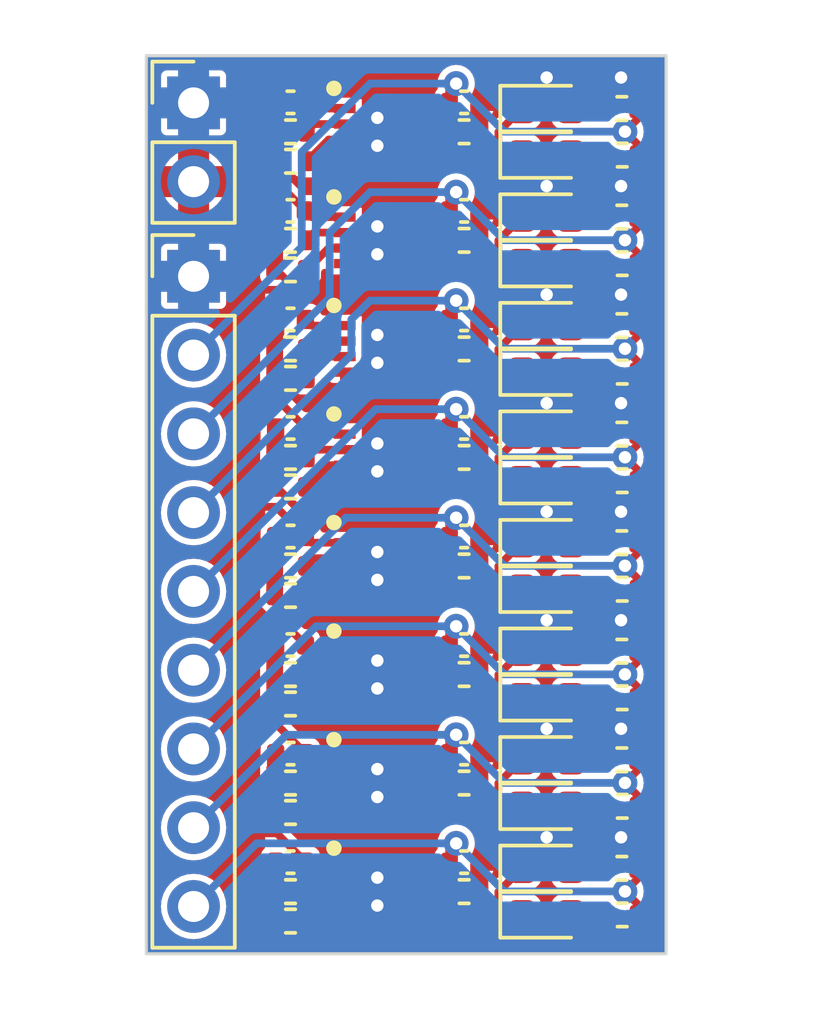
<source format=kicad_pcb>
(kicad_pcb (version 20221018) (generator pcbnew)
  (layers (0 "F.Cu" signal) (31 "B.Cu" signal) (34 "B.Paste" user) (35 "F.Paste" user) (36 "B.SilkS" user "B.Silkscreen") (37 "F.SilkS" user "F.Silkscreen") (38 "B.Mask" user) (39 "F.Mask" user) (44 "Edge.Cuts" user))
  (net 0 "")
  (net 1 "VCC")
  (net 2 "GND")
  (net 3 "/BAT1")
  (net 4 "Net-(D1-K)")
  (net 5 "Net-(D1-A)")
  (net 6 "Net-(D2-K)")
  (net 7 "Net-(D2-A)")
  (net 8 "Net-(IC1-ISET)")
  (net 9 "Net-(IC1-TS)")
  (net 10 "Net-(IC1-VSET)")
  (footprint "Resistor_SMD:R_0402_1005Metric" (layer "F.Cu") (at 119.225 110.5)
    (fp_text reference "R4" hide)
    (fp_text value "1K")
  )
  (footprint "Resistor_SMD:R_0402_1005Metric" (layer "F.Cu") (at 114.1375 118.25)
    (fp_text reference "R1" hide)
    (fp_text value "27K")
  )
  (footprint "Capacitor_SMD:C_0402_1005Metric" (layer "F.Cu") (at 108.5375 106.8 180)
    (fp_text reference "C1" hide)
    (fp_text value "1uF")
  )
  (footprint "Resistor_SMD:R_0402_1005Metric" (layer "F.Cu") (at 114.1375 107.75)
    (fp_text reference "R1" hide)
    (fp_text value "27K")
  )
  (footprint "Diode_SMD:D_0603_1608Metric" (layer "F.Cu") (at 116.7875 107)
    (fp_text reference "D2" hide)
    (fp_text value "D")
  )
  (footprint "Resistor_SMD:R_0402_1005Metric" (layer "F.Cu") (at 119.2375 122.5)
    (fp_text reference "R5" hide)
    (fp_text value "1K")
  )
  (footprint "Resistor_SMD:R_0402_1005Metric" (layer "F.Cu") (at 119.2375 115.5)
    (fp_text reference "R5" hide)
    (fp_text value "1K")
  )
  (footprint "Resistor_SMD:R_0402_1005Metric" (layer "F.Cu") (at 119.225 117.5)
    (fp_text reference "R4" hide)
    (fp_text value "1K")
  )
  (footprint "SamacSys_Parts:SON50P200X200X80-9N" (layer "F.Cu") (at 111.3375 104.25)
    (fp_text reference "IC1" hide)
    (fp_text value "BQ25170JDSGR" hide)
  )
  (footprint "Diode_SMD:D_0603_1608Metric" (layer "F.Cu") (at 116.7875 101.5)
    (fp_text reference "D1" hide)
    (fp_text value "D")
  )
  (footprint "Resistor_SMD:R_0402_1005Metric" (layer "F.Cu") (at 108.5375 122.7)
    (fp_text reference "R3" hide)
    (fp_text value "10K")
  )
  (footprint "Resistor_SMD:R_0402_1005Metric" (layer "F.Cu") (at 119.2375 119)
    (fp_text reference "R5" hide)
    (fp_text value "1K")
  )
  (footprint "Resistor_SMD:R_0402_1005Metric" (layer "F.Cu") (at 119.2375 101.5)
    (fp_text reference "R5" hide)
    (fp_text value "1K")
  )
  (footprint "Capacitor_SMD:C_0402_1005Metric" (layer "F.Cu") (at 114.1375 99.8)
    (fp_text reference "C2" hide)
    (fp_text value "1uF")
  )
  (footprint "Capacitor_SMD:C_0402_1005Metric" (layer "F.Cu") (at 108.5375 117.3 180)
    (fp_text reference "C1" hide)
    (fp_text value "1uF")
  )
  (footprint "Diode_SMD:D_0603_1608Metric" (layer "F.Cu") (at 116.7875 114)
    (fp_text reference "D2" hide)
    (fp_text value "D")
  )
  (footprint "Capacitor_SMD:C_0402_1005Metric" (layer "F.Cu") (at 108.5375 103.3 180)
    (fp_text reference "C1" hide)
    (fp_text value "1uF")
  )
  (footprint "Diode_SMD:D_0603_1608Metric" (layer "F.Cu") (at 116.7875 126)
    (fp_text reference "D1" hide)
    (fp_text value "D")
  )
  (footprint "Diode_SMD:D_0603_1608Metric" (layer "F.Cu") (at 116.7875 103.5)
    (fp_text reference "D2" hide)
    (fp_text value "D")
  )
  (footprint "Resistor_SMD:R_0402_1005Metric" (layer "F.Cu") (at 108.5375 101.7)
    (fp_text reference "R3" hide)
    (fp_text value "10K")
  )
  (footprint "Resistor_SMD:R_0402_1005Metric" (layer "F.Cu") (at 108.5375 112.2)
    (fp_text reference "R3" hide)
    (fp_text value "10K")
  )
  (footprint "Resistor_SMD:R_0402_1005Metric" (layer "F.Cu") (at 108.5375 114.75)
    (fp_text reference "R2" hide)
    (fp_text value "1K")
  )
  (footprint "Resistor_SMD:R_0402_1005Metric" (layer "F.Cu") (at 119.225 107)
    (fp_text reference "R4" hide)
    (fp_text value "1K")
  )
  (footprint "Capacitor_SMD:C_0402_1005Metric" (layer "F.Cu") (at 108.5375 113.8 180)
    (fp_text reference "C1" hide)
    (fp_text value "1uF")
  )
  (footprint "SamacSys_Parts:SON50P200X200X80-9N" (layer "F.Cu") (at 111.3375 114.75)
    (fp_text reference "IC1" hide)
    (fp_text value "BQ25170JDSGR" hide)
  )
  (footprint "Diode_SMD:D_0603_1608Metric" (layer "F.Cu") (at 116.7875 115.5)
    (fp_text reference "D1" hide)
    (fp_text value "D")
  )
  (footprint "Resistor_SMD:R_0402_1005Metric" (layer "F.Cu") (at 119.2375 108.5)
    (fp_text reference "R5" hide)
    (fp_text value "1K")
  )
  (footprint "Capacitor_SMD:C_0402_1005Metric" (layer "F.Cu") (at 114.1375 117.3)
    (fp_text reference "C2" hide)
    (fp_text value "1uF")
  )
  (footprint "Capacitor_SMD:C_0402_1005Metric" (layer "F.Cu") (at 114.1375 110.3)
    (fp_text reference "C2" hide)
    (fp_text value "1uF")
  )
  (footprint "SamacSys_Parts:SON50P200X200X80-9N" (layer "F.Cu") (at 111.3375 111.25)
    (fp_text reference "IC1" hide)
    (fp_text value "BQ25170JDSGR" hide)
  )
  (footprint "Capacitor_SMD:C_0402_1005Metric" (layer "F.Cu") (at 114.1375 113.8)
    (fp_text reference "C2" hide)
    (fp_text value "1uF")
  )
  (footprint "Resistor_SMD:R_0402_1005Metric" (layer "F.Cu") (at 119.225 103.5)
    (fp_text reference "R4" hide)
    (fp_text value "1K")
  )
  (footprint "Resistor_SMD:R_0402_1005Metric" (layer "F.Cu") (at 108.5375 115.7)
    (fp_text reference "R3" hide)
    (fp_text value "10K")
  )
  (footprint "SamacSys_Parts:SON50P200X200X80-9N" (layer "F.Cu") (at 111.3375 125.25)
    (fp_text reference "IC1" hide)
    (fp_text value "BQ25170JDSGR" hide)
  )
  (footprint "Diode_SMD:D_0603_1608Metric" (layer "F.Cu") (at 116.7875 121)
    (fp_text reference "D2" hide)
    (fp_text value "D")
  )
  (footprint "Resistor_SMD:R_0402_1005Metric" (layer "F.Cu") (at 108.5375 111.25)
    (fp_text reference "R2" hide)
    (fp_text value "1K")
  )
  (footprint "Resistor_SMD:R_0402_1005Metric" (layer "F.Cu") (at 108.5375 104.25)
    (fp_text reference "R2" hide)
    (fp_text value "1K")
  )
  (footprint "Resistor_SMD:R_0402_1005Metric" (layer "F.Cu") (at 119.225 114)
    (fp_text reference "R4" hide)
    (fp_text value "1K")
  )
  (footprint "Capacitor_SMD:C_0402_1005Metric" (layer "F.Cu") (at 108.5375 99.8 180)
    (fp_text reference "C1" hide)
    (fp_text value "1uF")
  )
  (footprint "Capacitor_SMD:C_0402_1005Metric" (layer "F.Cu") (at 114.1375 106.8)
    (fp_text reference "C2" hide)
    (fp_text value "1uF")
  )
  (footprint "SamacSys_Parts:SON50P200X200X80-9N" (layer "F.Cu") (at 111.3375 100.75)
    (fp_text reference "IC1" hide)
    (fp_text value "BQ25170JDSGR" hide)
  )
  (footprint "Capacitor_SMD:C_0402_1005Metric" (layer "F.Cu") (at 114.1375 120.8)
    (fp_text reference "C2" hide)
    (fp_text value "1uF")
  )
  (footprint "Resistor_SMD:R_0402_1005Metric" (layer "F.Cu") (at 108.5375 107.75)
    (fp_text reference "R2" hide)
    (fp_text value "1K")
  )
  (footprint "Connector_PinHeader_2.54mm:PinHeader_1x02_P2.54mm_Vertical" (layer "F.Cu") (at 105.41 99.817)
    (fp_text reference "J2" hide)
    (fp_text value "Conn_01x02_Pin")
  )
  (footprint "Resistor_SMD:R_0402_1005Metric" (layer "F.Cu") (at 108.5375 125.25)
    (fp_text reference "R2" hide)
    (fp_text value "1K")
  )
  (footprint "Resistor_SMD:R_0402_1005Metric" (layer "F.Cu") (at 114.1375 125.25)
    (fp_text reference "R1" hide)
    (fp_text value "27K")
  )
  (footprint "Diode_SMD:D_0603_1608Metric" (layer "F.Cu") (at 116.7875 105)
    (fp_text reference "D1" hide)
    (fp_text value "D")
  )
  (footprint "Resistor_SMD:R_0402_1005Metric" (layer "F.Cu") (at 114.1375 114.75)
    (fp_text reference "R1" hide)
    (fp_text value "27K")
  )
  (footprint "Diode_SMD:D_0603_1608Metric" (layer "F.Cu") (at 116.7875 124.5)
    (fp_text reference "D2" hide)
    (fp_text value "D")
  )
  (footprint "Resistor_SMD:R_0402_1005Metric" (layer "F.Cu") (at 119.2375 126)
    (fp_text reference "R5" hide)
    (fp_text value "1K")
  )
  (footprint "Diode_SMD:D_0603_1608Metric" (layer "F.Cu") (at 116.7875 112)
    (fp_text reference "D1" hide)
    (fp_text value "D")
  )
  (footprint "Resistor_SMD:R_0402_1005Metric" (layer "F.Cu") (at 119.2375 105)
    (fp_text reference "R5" hide)
    (fp_text value "1K")
  )
  (footprint "Resistor_SMD:R_0402_1005Metric" (layer "F.Cu") (at 108.5375 119.2)
    (fp_text reference "R3" hide)
    (fp_text value "10K")
  )
  (footprint "Capacitor_SMD:C_0402_1005Metric" (layer "F.Cu") (at 108.5375 124.3 180)
    (fp_text reference "C1" hide)
    (fp_text value "1uF")
  )
  (footprint "Diode_SMD:D_0603_1608Metric" (layer "F.Cu") (at 116.7875 117.5)
    (fp_text reference "D2" hide)
    (fp_text value "D")
  )
  (footprint "Resistor_SMD:R_0402_1005Metric" (layer "F.Cu") (at 114.1375 121.75)
    (fp_text reference "R1" hide)
    (fp_text value "27K")
  )
  (footprint "Diode_SMD:D_0603_1608Metric" (layer "F.Cu") (at 116.7875 122.5)
    (fp_text reference "D1" hide)
    (fp_text value "D")
  )
  (footprint "Resistor_SMD:R_0402_1005Metric" (layer "F.Cu") (at 114.1375 104.25)
    (fp_text reference "R1" hide)
    (fp_text value "27K")
  )
  (footprint "SamacSys_Parts:SON50P200X200X80-9N" (layer "F.Cu") (at 111.3375 121.75)
    (fp_text reference "IC1" hide)
    (fp_text value "BQ25170JDSGR" hide)
  )
  (footprint "Resistor_SMD:R_0402_1005Metric" (layer "F.Cu") (at 119.225 121)
    (fp_text reference "R4" hide)
    (fp_text value "1K")
  )
  (footprint "Diode_SMD:D_0603_1608Metric" (layer "F.Cu") (at 116.7875 100)
    (fp_text reference "D2" hide)
    (fp_text value "D")
  )
  (footprint "Resistor_SMD:R_0402_1005Metric" (layer "F.Cu") (at 119.225 124.5)
    (fp_text reference "R4" hide)
    (fp_text value "1K")
  )
  (footprint "Capacitor_SMD:C_0402_1005Metric" (layer "F.Cu") (at 114.1375 103.3)
    (fp_text reference "C2" hide)
    (fp_text value "1uF")
  )
  (footprint "Resistor_SMD:R_0402_1005Metric" (layer "F.Cu") (at 108.5375 105.2)
    (fp_text reference "R3" hide)
    (fp_text value "10K")
  )
  (footprint "Resistor_SMD:R_0402_1005Metric" (layer "F.Cu") (at 114.1375 111.25)
    (fp_text reference "R1" hide)
    (fp_text value "27K")
  )
  (footprint "Diode_SMD:D_0603_1608Metric" (layer "F.Cu") (at 116.7875 110.5)
    (fp_text reference "D2" hide)
    (fp_text value "D")
  )
  (footprint "Capacitor_SMD:C_0402_1005Metric" (layer "F.Cu") (at 108.5375 120.8 180)
    (fp_text reference "C1" hide)
    (fp_text value "1uF")
  )
  (footprint "SamacSys_Parts:SON50P200X200X80-9N" (layer "F.Cu") (at 111.3375 118.25)
    (fp_text reference "IC1" hide)
    (fp_text value "BQ25170JDSGR" hide)
  )
  (footprint "Capacitor_SMD:C_0402_1005Metric" (layer "F.Cu") (at 108.5375 110.3 180)
    (fp_text reference "C1" hide)
    (fp_text value "1uF")
  )
  (footprint "Capacitor_SMD:C_0402_1005Metric" (layer "F.Cu") (at 114.1375 124.3)
    (fp_text reference "C2" hide)
    (fp_text value "1uF")
  )
  (footprint "Diode_SMD:D_0603_1608Metric" (layer "F.Cu") (at 116.7875 119)
    (fp_text reference "D1" hide)
    (fp_text value "D")
  )
  (footprint "SamacSys_Parts:SON50P200X200X80-9N" (layer "F.Cu") (at 111.3375 107.75)
    (fp_text reference "IC1" hide)
    (fp_text value "BQ25170JDSGR" hide)
  )
  (footprint "Resistor_SMD:R_0402_1005Metric" (layer "F.Cu") (at 108.5375 126.2)
    (fp_text reference "R3" hide)
    (fp_text value "10K")
  )
  (footprint "Resistor_SMD:R_0402_1005Metric" (layer "F.Cu") (at 119.2375 112)
    (fp_text reference "R5" hide)
    (fp_text value "1K")
  )
  (footprint "Resistor_SMD:R_0402_1005Metric" (layer "F.Cu") (at 108.5375 118.25)
    (fp_text reference "R2" hide)
    (fp_text value "1K")
  )
  (footprint "Resistor_SMD:R_0402_1005Metric" (layer "F.Cu") (at 114.1375 100.75)
    (fp_text reference "R1" hide)
    (fp_text value "27K")
  )
  (footprint "Resistor_SMD:R_0402_1005Metric" (layer "F.Cu") (at 108.5375 121.75)
    (fp_text reference "R2" hide)
    (fp_text value "1K")
  )
  (footprint "Connector_PinHeader_2.54mm:PinHeader_1x09_P2.54mm_Vertical" (layer "F.Cu") (at 105.41 105.41)
    (fp_text reference "J1" hide)
    (fp_text value "Conn_01x09_Pin")
  )
  (footprint "Diode_SMD:D_0603_1608Metric" (layer "F.Cu") (at 116.7875 108.5)
    (fp_text reference "D1" hide)
    (fp_text value "D")
  )
  (footprint "Resistor_SMD:R_0402_1005Metric" (layer "F.Cu") (at 119.225 100)
    (fp_text reference "R4" hide)
    (fp_text value "1K")
  )
  (footprint "Resistor_SMD:R_0402_1005Metric" (layer "F.Cu") (at 108.5375 108.7)
    (fp_text reference "R3" hide)
    (fp_text value "10K")
  )
  (footprint "Resistor_SMD:R_0402_1005Metric" (layer "F.Cu") (at 108.5375 100.75)
    (fp_text reference "R2" hide)
    (fp_text value "1K")
  )
  (gr_line (start 103.886 127.254) (end 120.65 127.254) (stroke (width 0.1)) (layer "Edge.Cuts"))
  (gr_line (start 120.65 98.298) (end 103.886 98.298) (stroke (width 0.1)) (layer "Edge.Cuts"))
  (gr_line (start 120.65 127.254) (end 120.65 98.298) (stroke (width 0.1)) (layer "Edge.Cuts"))
  (gr_line (start 103.886 98.298) (end 103.886 127.254) (stroke (width 0.1)) (layer "Edge.Cuts"))
  (segment (start 110.2875 110.5) (end 109.2175 110.5) (width 0.25) (layer "F.Cu") (net 1))
  (segment (start 107.4325 116.075538) (end 107.4325 115.5) (width 0.25) (layer "F.Cu") (net 1))
  (segment (start 108.097718 123.372609) (end 107.729571 123.372609) (width 0.25) (layer "F.Cu") (net 1))
  (segment (start 107.4325 102.9) (end 107.4325 103.2) (width 0.25) (layer "F.Cu") (net 1))
  (segment (start 109.2175 117.5) (end 109.0175 117.3) (width 0.25) (layer "F.Cu") (net 1))
  (segment (start 109.2175 110.5) (end 109.0175 110.3) (width 0.25) (layer "F.Cu") (net 1))
  (segment (start 108.070109 109.345) (end 107.701962 109.345) (width 0.25) (layer "F.Cu") (net 1))
  (segment (start 109.0175 106.8) (end 109.0175 106.776934) (width 0.25) (layer "F.Cu") (net 1))
  (segment (start 109.0175 120.792391) (end 108.070109 119.845) (width 0.25) (layer "F.Cu") (net 1))
  (segment (start 107.4325 105.575538) (end 107.4325 105.4) (width 0.25) (layer "F.Cu") (net 1))
  (segment (start 110.2875 103.5) (end 109.2175 103.5) (width 0.25) (layer "F.Cu") (net 1))
  (segment (start 107.701962 112.845) (end 107.4325 112.575538) (width 0.25) (layer "F.Cu") (net 1))
  (segment (start 107.6775 112.845) (end 107.4325 112.6) (width 0.25) (layer "F.Cu") (net 1))
  (segment (start 107.4325 112.6) (end 107.4325 112.1) (width 0.25) (layer "F.Cu") (net 1))
  (segment (start 109.2175 124.5) (end 109.0175 124.3) (width 0.25) (layer "F.Cu") (net 1))
  (segment (start 107.4325 123.075538) (end 107.4325 119.3) (width 0.25) (layer "F.Cu") (net 1))
  (segment (start 108.085566 105.845) (end 107.701962 105.845) (width 0.25) (layer "F.Cu") (net 1))
  (segment (start 107.4325 112.1) (end 107.4325 112.3) (width 0.25) (layer "F.Cu") (net 1))
  (segment (start 107.4325 103.2) (end 107.4325 105.4) (width 0.25) (layer "F.Cu") (net 1))
  (segment (start 110.2875 114) (end 109.2175 114) (width 0.25) (layer "F.Cu") (net 1))
  (segment (start 108.070109 112.845) (end 107.6775 112.845) (width 0.25) (layer "F.Cu") (net 1))
  (segment (start 109.0175 110.3) (end 109.0175 110.292391) (width 0.25) (layer "F.Cu") (net 1))
  (segment (start 110.2875 124.5) (end 109.2175 124.5) (width 0.25) (layer "F.Cu") (net 1))
  (segment (start 109.0175 124.292391) (end 108.097718 123.372609) (width 0.25) (layer "F.Cu") (net 1))
  (segment (start 109.0175 106.776934) (end 108.085566 105.845) (width 0.25) (layer "F.Cu") (net 1))
  (segment (start 110.2875 121) (end 109.2175 121) (width 0.25) (layer "F.Cu") (net 1))
  (segment (start 107.756962 116.4) (end 107.4325 116.075538) (width 0.25) (layer "F.Cu") (net 1))
  (segment (start 110.2875 117.5) (end 109.2175 117.5) (width 0.25) (layer "F.Cu") (net 1))
  (segment (start 109.0175 110.292391) (end 108.070109 109.345) (width 0.25) (layer "F.Cu") (net 1))
  (segment (start 108.125109 116.4) (end 107.756962 116.4) (width 0.25) (layer "F.Cu") (net 1))
  (segment (start 109.2175 103.5) (end 109.0175 103.3) (width 0.25) (layer "F.Cu") (net 1))
  (segment (start 107.729571 123.372609) (end 107.4325 123.075538) (width 0.25) (layer "F.Cu") (net 1))
  (segment (start 108.070109 119.845) (end 107.6775 119.845) (width 0.25) (layer "F.Cu") (net 1))
  (segment (start 107.4325 99.3675) (end 107.4325 103.2) (width 0.25) (layer "F.Cu") (net 1))
  (segment (start 107.701962 109.345) (end 107.4325 109.075538) (width 0.25) (layer "F.Cu") (net 1))
  (segment (start 107.4325 112.3) (end 107.4325 115.5) (width 0.25) (layer "F.Cu") (net 1))
  (segment (start 109.0175 99.8) (end 109.0175 99.792391) (width 0.25) (layer "F.Cu") (net 1))
  (segment (start 109.0175 103.292391) (end 108.390109 102.665) (width 0.25) (layer "F.Cu") (net 1))
  (segment (start 110.2875 100) (end 109.2175 100) (width 0.25) (layer "F.Cu") (net 1))
  (segment (start 109.2175 107) (end 109.0175 106.8) (width 0.25) (layer "F.Cu") (net 1))
  (segment (start 108.390109 102.665) (end 107.6675 102.665) (width 0.25) (layer "F.Cu") (net 1))
  (segment (start 107.4325 115.5) (end 107.4325 119.3) (width 0.25) (layer "F.Cu") (net 1))
  (segment (start 108.390109 99.165) (end 107.635 99.165) (width 0.25) (layer "F.Cu") (net 1))
  (segment (start 109.0175 113.8) (end 109.0175 113.792391) (width 0.25) (layer "F.Cu") (net 1))
  (segment (start 109.0175 103.3) (end 109.0175 103.292391) (width 0.25) (layer "F.Cu") (net 1))
  (segment (start 107.635 99.165) (end 107.4325 99.3675) (width 0.25) (layer "F.Cu") (net 1))
  (segment (start 107.6775 119.845) (end 107.4325 119.6) (width 0.25) (layer "F.Cu") (net 1))
  (segment (start 109.0175 113.792391) (end 108.070109 112.845) (width 0.25) (layer "F.Cu") (net 1))
  (segment (start 108.070109 112.845) (end 107.701962 112.845) (width 0.25) (layer "F.Cu") (net 1))
  (segment (start 107.4325 119.6) (end 107.4325 119.3) (width 0.25) (layer "F.Cu") (net 1))
  (segment (start 109.0175 117.3) (end 109.0175 117.292391) (width 0.25) (layer "F.Cu") (net 1))
  (segment (start 109.0175 117.292391) (end 108.125109 116.4) (width 0.25) (layer "F.Cu") (net 1))
  (segment (start 107.4325 108.6) (end 107.4325 112.1) (width 0.25) (layer "F.Cu") (net 1))
  (segment (start 107.4325 112.575538) (end 107.4325 112.3) (width 0.25) (layer "F.Cu") (net 1))
  (segment (start 109.2175 100) (end 109.0175 99.8) (width 0.25) (layer "F.Cu") (net 1))
  (segment (start 107.6675 102.665) (end 107.4325 102.9) (width 0.25) (layer "F.Cu") (net 1))
  (segment (start 107.4325 105.4) (end 107.4325 108.6) (width 0.25) (layer "F.Cu") (net 1))
  (segment (start 109.0175 120.8) (end 109.0175 120.792391) (width 0.25) (layer "F.Cu") (net 1))
  (segment (start 110.2875 107) (end 109.2175 107) (width 0.25) (layer "F.Cu") (net 1))
  (segment (start 109.2175 121) (end 109.0175 120.8) (width 0.25) (layer "F.Cu") (net 1))
  (segment (start 107.4325 109.075538) (end 107.4325 108.6) (width 0.25) (layer "F.Cu") (net 1))
  (segment (start 109.0175 124.3) (end 109.0175 124.292391) (width 0.25) (layer "F.Cu") (net 1))
  (segment (start 109.0175 99.792391) (end 108.390109 99.165) (width 0.25) (layer "F.Cu") (net 1))
  (segment (start 107.4025 102.87) (end 107.4325 102.9) (width 0.25) (layer "F.Cu") (net 1))
  (segment (start 107.701962 105.845) (end 107.4325 105.575538) (width 0.25) (layer "F.Cu") (net 1))
  (segment (start 109.2175 114) (end 109.0175 113.8) (width 0.25) (layer "F.Cu") (net 1))
  (segment (start 108.0275 122.7) (end 108.076962 122.7) (width 0.25) (layer "F.Cu") (net 2))
  (segment (start 108.076962 105.2) (end 109.041962 106.165) (width 0.25) (layer "F.Cu") (net 2))
  (segment (start 108.0275 112.2) (end 108.076962 112.2) (width 0.25) (layer "F.Cu") (net 2))
  (segment (start 108.976962 116.6) (end 110.5 116.6) (width 0.25) (layer "F.Cu") (net 2))
  (segment (start 108.0275 101.7) (end 108.076962 101.7) (width 0.25) (layer "F.Cu") (net 2))
  (segment (start 109.041962 120.165) (end 110.6025 120.165) (width 0.25) (layer "F.Cu") (net 2))
  (segment (start 111.3375 124.4) (end 111.3375 124.8) (width 0.25) (layer "F.Cu") (net 2))
  (segment (start 110.6025 120.165) (end 111.3375 120.9) (width 0.25) (layer "F.Cu") (net 2))
  (segment (start 108.076962 101.7) (end 108.976962 102.6) (width 0.25) (layer "F.Cu") (net 2))
  (segment (start 110.465 113.165) (end 111.3375 114.0375) (width 0.25) (layer "F.Cu") (net 2))
  (segment (start 111.3375 110.575) (end 111.3375 110.8) (width 0.25) (layer "F.Cu") (net 2))
  (segment (start 110.6 102.6) (end 111.3375 103.3375) (width 0.25) (layer "F.Cu") (net 2))
  (segment (start 110.5 116.6) (end 111.3375 117.4375) (width 0.25) (layer "F.Cu") (net 2))
  (segment (start 108.076962 122.7) (end 108.876962 123.5) (width 0.25) (layer "F.Cu") (net 2))
  (segment (start 108.0275 115.7) (end 108.076962 115.7) (width 0.25) (layer "F.Cu") (net 2))
  (segment (start 110.4275 109.665) (end 111.3375 110.575) (width 0.25) (layer "F.Cu") (net 2))
  (segment (start 109.041962 113.165) (end 110.465 113.165) (width 0.25) (layer "F.Cu") (net 2))
  (segment (start 108.876962 123.5) (end 110.4375 123.5) (width 0.25) (layer "F.Cu") (net 2))
  (segment (start 111.3375 114.0375) (end 111.3375 114.3) (width 0.25) (layer "F.Cu") (net 2))
  (segment (start 108.076962 115.7) (end 108.976962 116.6) (width 0.25) (layer "F.Cu") (net 2))
  (segment (start 108.976962 102.6) (end 110.6 102.6) (width 0.25) (layer "F.Cu") (net 2))
  (segment (start 110.765 106.165) (end 111.3375 106.7375) (width 0.25) (layer "F.Cu") (net 2))
  (segment (start 108.076962 108.7) (end 109.041962 109.665) (width 0.25) (layer "F.Cu") (net 2))
  (segment (start 111.3375 103.3375) (end 111.3375 103.8) (width 0.25) (layer "F.Cu") (net 2))
  (segment (start 111.3375 117.4375) (end 111.3375 117.8) (width 0.25) (layer "F.Cu") (net 2))
  (segment (start 108.076962 112.2) (end 109.041962 113.165) (width 0.25) (layer "F.Cu") (net 2))
  (segment (start 108.0275 119.2) (end 108.076962 119.2) (width 0.25) (layer "F.Cu") (net 2))
  (segment (start 110.4375 123.5) (end 111.3375 124.4) (width 0.25) (layer "F.Cu") (net 2))
  (segment (start 111.3375 106.7375) (end 111.3375 107.3) (width 0.25) (layer "F.Cu") (net 2))
  (segment (start 108.0275 108.7) (end 108.076962 108.7) (width 0.25) (layer "F.Cu") (net 2))
  (segment (start 111.3375 120.9) (end 111.3375 121.3) (width 0.25) (layer "F.Cu") (net 2))
  (segment (start 108.076962 119.2) (end 109.041962 120.165) (width 0.25) (layer "F.Cu") (net 2))
  (segment (start 109.041962 109.665) (end 110.4275 109.665) (width 0.25) (layer "F.Cu") (net 2))
  (segment (start 109.041962 106.165) (end 110.765 106.165) (width 0.25) (layer "F.Cu") (net 2))
  (segment (start 108.0275 105.2) (end 108.076962 105.2) (width 0.25) (layer "F.Cu") (net 2))
  (via (at 116.8 102.5) (size 0.8) (drill 0.4) (layers "F.Cu" "B.Cu") (net 2))
  (via (at 119.2 106) (size 0.8) (drill 0.4) (layers "F.Cu" "B.Cu") (net 2))
  (via (at 116.8 113) (size 0.8) (drill 0.4) (layers "F.Cu" "B.Cu") (net 2))
  (via (at 119.2 123.5) (size 0.8) (drill 0.4) (layers "F.Cu" "B.Cu") (net 2))
  (via (at 119.2 99) (size 0.8) (drill 0.4) (layers "F.Cu" "B.Cu") (net 2))
  (via (at 111.3375 108.2) (size 0.8) (drill 0.4) (layers "F.Cu" "B.Cu") (net 2))
  (via (at 111.3375 101.2) (size 0.8) (drill 0.4) (layers "F.Cu" "B.Cu") (net 2))
  (via (at 119.2 113) (size 0.8) (drill 0.4) (layers "F.Cu" "B.Cu") (net 2))
  (via (at 116.8 106) (size 0.8) (drill 0.4) (layers "F.Cu" "B.Cu") (net 2))
  (via (at 111.3375 103.8) (size 0.8) (drill 0.4) (layers "F.Cu" "B.Cu") (net 2))
  (via (at 116.8 116.5) (size 0.8) (drill 0.4) (layers "F.Cu" "B.Cu") (net 2))
  (via (at 111.3375 125.7) (size 0.8) (drill 0.4) (layers "F.Cu" "B.Cu") (net 2))
  (via (at 119.2 102.5) (size 0.8) (drill 0.4) (layers "F.Cu" "B.Cu") (net 2))
  (via (at 111.3375 104.7) (size 0.8) (drill 0.4) (layers "F.Cu" "B.Cu") (net 2))
  (via (at 111.3375 111.7) (size 0.8) (drill 0.4) (layers "F.Cu" "B.Cu") (net 2))
  (via (at 111.3375 110.8) (size 0.8) (drill 0.4) (layers "F.Cu" "B.Cu") (net 2))
  (via (at 116.8 123.5) (size 0.8) (drill 0.4) (layers "F.Cu" "B.Cu") (net 2))
  (via (at 116.8 99) (size 0.8) (drill 0.4) (layers "F.Cu" "B.Cu") (net 2))
  (via (at 111.3375 114.3) (size 0.8) (drill 0.4) (layers "F.Cu" "B.Cu") (net 2))
  (via (at 111.3375 107.3) (size 0.8) (drill 0.4) (layers "F.Cu" "B.Cu") (net 2))
  (via (at 116.8 109.5) (size 0.8) (drill 0.4) (layers "F.Cu" "B.Cu") (net 2))
  (via (at 111.3375 100.3) (size 0.8) (drill 0.4) (layers "F.Cu" "B.Cu") (net 2))
  (via (at 119.2 109.5) (size 0.8) (drill 0.4) (layers "F.Cu" "B.Cu") (net 2))
  (via (at 111.3375 117.8) (size 0.8) (drill 0.4) (layers "F.Cu" "B.Cu") (net 2))
  (via (at 111.3375 122.2) (size 0.8) (drill 0.4) (layers "F.Cu" "B.Cu") (net 2))
  (via (at 119.2 116.5) (size 0.8) (drill 0.4) (layers "F.Cu" "B.Cu") (net 2))
  (via (at 111.3375 121.3) (size 0.8) (drill 0.4) (layers "F.Cu" "B.Cu") (net 2))
  (via (at 111.3375 115.2) (size 0.8) (drill 0.4) (layers "F.Cu" "B.Cu") (net 2))
  (via (at 119.2 120) (size 0.8) (drill 0.4) (layers "F.Cu" "B.Cu") (net 2))
  (via (at 111.3375 124.8) (size 0.8) (drill 0.4) (layers "F.Cu" "B.Cu") (net 2))
  (via (at 116.8 120) (size 0.8) (drill 0.4) (layers "F.Cu" "B.Cu") (net 2))
  (via (at 111.3375 118.7) (size 0.8) (drill 0.4) (layers "F.Cu" "B.Cu") (net 2))
  (segment (start 119.735 121.335314) (end 119.325505 121.744809) (width 0.25) (layer "F.Cu") (net 3))
  (segment (start 113.6575 99.416821) (end 113.879877 99.194444) (width 0.25) (layer "F.Cu") (net 3))
  (segment (start 119.7475 114.0125) (end 119.735 114) (width 0.25) (layer "F.Cu") (net 3))
  (segment (start 112.3875 103.5) (end 113.4575 103.5) (width 0.25) (layer "F.Cu") (net 3))
  (segment (start 119.735 117.5) (end 119.735 117.835314) (width 0.25) (layer "F.Cu") (net 3))
  (segment (start 113.4575 124.5) (end 113.6575 124.3) (width 0.25) (layer "F.Cu") (net 3))
  (segment (start 119.7475 117.5125) (end 119.735 117.5) (width 0.25) (layer "F.Cu") (net 3))
  (segment (start 113.6575 106.416821) (end 113.879877 106.194444) (width 0.25) (layer "F.Cu") (net 3))
  (segment (start 119.735 124.835314) (end 119.325505 125.244809) (width 0.25) (layer "F.Cu") (net 3))
  (segment (start 119.7475 124.5125) (end 119.735 124.5) (width 0.25) (layer "F.Cu") (net 3))
  (segment (start 113.6575 113.8) (end 113.6575 113.416821) (width 0.25) (layer "F.Cu") (net 3))
  (segment (start 112.3875 114) (end 113.4575 114) (width 0.25) (layer "F.Cu") (net 3))
  (segment (start 113.6575 103.3) (end 113.6575 102.916821) (width 0.25) (layer "F.Cu") (net 3))
  (segment (start 113.4575 110.5) (end 113.6575 110.3) (width 0.25) (layer "F.Cu") (net 3))
  (segment (start 112.3875 100) (end 113.4575 100) (width 0.25) (layer "F.Cu") (net 3))
  (segment (start 113.6575 120.416821) (end 113.879877 120.194444) (width 0.25) (layer "F.Cu") (net 3))
  (segment (start 113.4575 100) (end 113.6575 99.8) (width 0.25) (layer "F.Cu") (net 3))
  (segment (start 119.7475 125.666804) (end 119.325505 125.244809) (width 0.25) (layer "F.Cu") (net 3))
  (segment (start 113.6575 116.916821) (end 113.879877 116.694444) (width 0.25) (layer "F.Cu") (net 3))
  (segment (start 119.7475 101.5) (end 119.7475 101.166804) (width 0.25) (layer "F.Cu") (net 3))
  (segment (start 113.6575 110.3) (end 113.6575 109.916821) (width 0.25) (layer "F.Cu") (net 3))
  (segment (start 119.325505 100.744809) (end 119.735 100.335314) (width 0.25) (layer "F.Cu") (net 3))
  (segment (start 119.330696 111.25) (end 119.325505 111.244809) (width 0.25) (layer "F.Cu") (net 3))
  (segment (start 119.735 121) (end 119.735 121.335314) (width 0.25) (layer "F.Cu") (net 3))
  (segment (start 119.735 117.835314) (end 119.325505 118.244809) (width 0.25) (layer "F.Cu") (net 3))
  (segment (start 119.7475 122.5) (end 119.7475 122.166804) (width 0.25) (layer "F.Cu") (net 3))
  (segment (start 112.3875 110.5) (end 113.4575 110.5) (width 0.25) (layer "F.Cu") (net 3))
  (segment (start 119.7475 112) (end 119.7475 111.666804) (width 0.25) (layer "F.Cu") (net 3))
  (segment (start 119.735 103.835314) (end 119.735 103.5) (width 0.25) (layer "F.Cu") (net 3))
  (segment (start 113.4575 103.5) (end 113.6575 103.3) (width 0.25) (layer "F.Cu") (net 3))
  (segment (start 119.325505 104.244809) (end 119.735 103.835314) (width 0.25) (layer "F.Cu") (net 3))
  (segment (start 113.4575 107) (end 113.6575 106.8) (width 0.25) (layer "F.Cu") (net 3))
  (segment (start 113.6575 102.916821) (end 113.879877 102.694444) (width 0.25) (layer "F.Cu") (net 3))
  (segment (start 119.7475 108.166804) (end 119.325505 107.744809) (width 0.25) (layer "F.Cu") (net 3))
  (segment (start 113.6575 120.8) (end 113.6575 120.416821) (width 0.25) (layer "F.Cu") (net 3))
  (segment (start 119.735 107.335314) (end 119.325505 107.744809) (width 0.25) (layer "F.Cu") (net 3))
  (segment (start 113.6575 106.8) (end 113.6575 106.416821) (width 0.25) (layer "F.Cu") (net 3))
  (segment (start 112.3875 107) (end 113.4575 107) (width 0.25) (layer "F.Cu") (net 3))
  (segment (start 119.735 110.5) (end 119.735 110.835314) (width 0.25) (layer "F.Cu") (net 3))
  (segment (start 119.7475 118.666804) (end 119.325505 118.244809) (width 0.25) (layer "F.Cu") (net 3))
  (segment (start 119.7475 105) (end 119.7475 104.666804) (width 0.25) (layer "F.Cu") (net 3))
  (segment (start 113.6575 123.916821) (end 113.879877 123.694444) (width 0.25) (layer "F.Cu") (net 3))
  (segment (start 113.6575 124.3) (end 113.6575 123.916821) (width 0.25) (layer "F.Cu") (net 3))
  (segment (start 113.4575 114) (end 113.6575 113.8) (width 0.25) (layer "F.Cu") (net 3))
  (segment (start 119.735 107) (end 119.735 107.335314) (width 0.25) (layer "F.Cu") (net 3))
  (segment (start 119.7475 121.0125) (end 119.735 121) (width 0.25) (layer "F.Cu") (net 3))
  (segment (start 112.3875 121) (end 113.4575 121) (width 0.25) (layer "F.Cu") (net 3))
  (segment (start 119.7475 108.5) (end 119.7475 108.166804) (width 0.25) (layer "F.Cu") (net 3))
  (segment (start 119.735 100.335314) (end 119.735 100) (width 0.25) (layer "F.Cu") (net 3))
  (segment (start 113.4575 121) (end 113.6575 120.8) (width 0.25) (layer "F.Cu") (net 3))
  (segment (start 113.6575 117.3) (end 113.6575 116.916821) (width 0.25) (layer "F.Cu") (net 3))
  (segment (start 119.735 114.335314) (end 119.325505 114.744809) (width 0.25) (layer "F.Cu") (net 3))
  (segment (start 119.735 124.5) (end 119.735 124.835314) (width 0.25) (layer "F.Cu") (net 3))
  (segment (start 119.7475 119) (end 119.7475 118.666804) (width 0.25) (layer "F.Cu") (net 3))
  (segment (start 119.7475 126) (end 119.7475 125.666804) (width 0.25) (layer "F.Cu") (net 3))
  (segment (start 112.3875 124.5) (end 113.4575 124.5) (width 0.25) (layer "F.Cu") (net 3))
  (segment (start 119.7475 107.0125) (end 119.735 107) (width 0.25) (layer "F.Cu") (net 3))
  (segment (start 119.7475 101.166804) (end 119.325505 100.744809) (width 0.25) (layer "F.Cu") (net 3))
  (segment (start 119.735 114) (end 119.735 114.335314) (width 0.25) (layer "F.Cu") (net 3))
  (segment (start 113.6575 109.916821) (end 113.879877 109.694444) (width 0.25) (layer "F.Cu") (net 3))
  (segment (start 119.7475 122.166804) (end 119.325505 121.744809) (width 0.25) (layer "F.Cu") (net 3))
  (segment (start 119.7475 115.5) (end 119.7475 115.166804) (width 0.25) (layer "F.Cu") (net 3))
  (segment (start 113.6575 99.8) (end 113.6575 99.416821) (width 0.25) (layer "F.Cu") (net 3))
  (segment (start 112.3875 117.5) (end 113.4575 117.5) (width 0.25) (layer "F.Cu") (net 3))
  (segment (start 113.4575 117.5) (end 113.6575 117.3) (width 0.25) (layer "F.Cu") (net 3))
  (segment (start 119.7475 111.666804) (end 119.325505 111.244809) (width 0.25) (layer "F.Cu") (net 3))
  (segment (start 113.6575 113.416821) (end 113.879877 113.194444) (width 0.25) (layer "F.Cu") (net 3))
  (segment (start 119.735 110.835314) (end 119.325505 111.244809) (width 0.25) (layer "F.Cu") (net 3))
  (segment (start 119.7475 104.666804) (end 119.325505 104.244809) (width 0.25) (layer "F.Cu") (net 3))
  (segment (start 119.7475 110.5125) (end 119.735 110.5) (width 0.25) (layer "F.Cu") (net 3))
  (segment (start 119.7475 115.166804) (end 119.325505 114.744809) (width 0.25) (layer "F.Cu") (net 3))
  (via (at 119.325505 121.744809) (size 0.8) (drill 0.4) (layers "F.Cu" "B.Cu") (net 3))
  (via (at 119.325505 100.744809) (size 0.8) (drill 0.4) (layers "F.Cu" "B.Cu") (net 3))
  (via (at 113.879877 120.194444) (size 0.8) (drill 0.4) (layers "F.Cu" "B.Cu") (net 3))
  (via (at 113.879877 116.694444) (size 0.8) (drill 0.4) (layers "F.Cu" "B.Cu") (net 3))
  (via (at 113.879877 106.194444) (size 0.8) (drill 0.4) (layers "F.Cu" "B.Cu") (net 3))
  (via (at 113.879877 102.694444) (size 0.8) (drill 0.4) (layers "F.Cu" "B.Cu") (net 3))
  (via (at 119.325505 111.244809) (size 0.8) (drill 0.4) (layers "F.Cu" "B.Cu") (net 3))
  (via (at 113.879877 113.194444) (size 0.8) (drill 0.4) (layers "F.Cu" "B.Cu") (net 3))
  (via (at 113.879877 99.194444) (size 0.8) (drill 0.4) (layers "F.Cu" "B.Cu") (net 3))
  (via (at 119.325505 104.244809) (size 0.8) (drill 0.4) (layers "F.Cu" "B.Cu") (net 3))
  (via (at 119.325505 125.244809) (size 0.8) (drill 0.4) (layers "F.Cu" "B.Cu") (net 3))
  (via (at 119.325505 107.744809) (size 0.8) (drill 0.4) (layers "F.Cu" "B.Cu") (net 3))
  (via (at 119.325505 118.244809) (size 0.8) (drill 0.4) (layers "F.Cu" "B.Cu") (net 3))
  (via (at 113.879877 123.694444) (size 0.8) (drill 0.4) (layers "F.Cu" "B.Cu") (net 3))
  (via (at 113.879877 109.694444) (size 0.8) (drill 0.4) (layers "F.Cu" "B.Cu") (net 3))
  (via (at 119.325505 114.744809) (size 0.8) (drill 0.4) (layers "F.Cu" "B.Cu") (net 3))
  (segment (start 110.5 107.94) (end 105.41 113.03) (width 0.25) (layer "B.Cu") (net 3))
  (segment (start 119.325505 104.244809) (end 115.430242 104.244809) (width 0.25) (layer "B.Cu") (net 3))
  (segment (start 119.325505 111.244809) (end 115.430242 111.244809) (width 0.25) (layer "B.Cu") (net 3))
  (segment (start 113.879877 116.694444) (end 109.365556 116.694444) (width 0.25) (layer "B.Cu") (net 3))
  (segment (start 113.879877 109.694444) (end 111.285556 109.694444) (width 0.25) (layer "B.Cu") (net 3))
  (segment (start 119.325505 114.744809) (end 115.430242 114.744809) (width 0.25) (layer "B.Cu") (net 3))
  (segment (start 115.430242 107.744809) (end 113.879877 106.194444) (width 0.25) (layer "B.Cu") (net 3))
  (segment (start 111.105556 99.194444) (end 108.9 101.4) (width 0.25) (layer "B.Cu") (net 3))
  (segment (start 113.879877 120.194444) (end 108.405556 120.194444) (width 0.25) (layer "B.Cu") (net 3))
  (segment (start 113.879877 113.194444) (end 110.325556 113.194444) (width 0.25) (layer "B.Cu") (net 3))
  (segment (start 108.405556 120.194444) (end 105.41 123.19) (width 0.25) (layer "B.Cu") (net 3))
  (segment (start 108.9 104.46) (end 105.41 107.95) (width 0.25) (layer "B.Cu") (net 3))
  (segment (start 110.5 106.8) (end 110.5 107.94) (width 0.25) (layer "B.Cu") (net 3))
  (segment (start 119.325505 125.244809) (end 115.430242 125.244809) (width 0.25) (layer "B.Cu") (net 3))
  (segment (start 109.365556 116.694444) (end 105.41 120.65) (width 0.25) (layer "B.Cu") (net 3))
  (segment (start 113.879877 123.694444) (end 107.445556 123.694444) (width 0.25) (layer "B.Cu") (net 3))
  (segment (start 108.9 101.4) (end 108.9 104.46) (width 0.25) (layer "B.Cu") (net 3))
  (segment (start 111.105556 106.194444) (end 110.5 106.8) (width 0.25) (layer "B.Cu") (net 3))
  (segment (start 113.879877 102.694444) (end 111.105556 102.694444) (width 0.25) (layer "B.Cu") (net 3))
  (segment (start 113.879877 106.194444) (end 111.105556 106.194444) (width 0.25) (layer "B.Cu") (net 3))
  (segment (start 115.430242 114.744809) (end 113.879877 113.194444) (width 0.25) (layer "B.Cu") (net 3))
  (segment (start 119.325505 121.744809) (end 115.430242 121.744809) (width 0.25) (layer "B.Cu") (net 3))
  (segment (start 115.430242 111.244809) (end 113.879877 109.694444) (width 0.25) (layer "B.Cu") (net 3))
  (segment (start 119.325505 107.744809) (end 115.430242 107.744809) (width 0.25) (layer "B.Cu") (net 3))
  (segment (start 113.879877 99.194444) (end 111.105556 99.194444) (width 0.25) (layer "B.Cu") (net 3))
  (segment (start 109.8 106.1) (end 105.41 110.49) (width 0.25) (layer "B.Cu") (net 3))
  (segment (start 111.285556 109.694444) (end 105.41 115.57) (width 0.25) (layer "B.Cu") (net 3))
  (segment (start 115.430242 125.244809) (end 113.879877 123.694444) (width 0.25) (layer "B.Cu") (net 3))
  (segment (start 115.430242 118.244809) (end 113.879877 116.694444) (width 0.25) (layer "B.Cu") (net 3))
  (segment (start 115.430242 104.244809) (end 113.879877 102.694444) (width 0.25) (layer "B.Cu") (net 3))
  (segment (start 119.325505 118.244809) (end 115.430242 118.244809) (width 0.25) (layer "B.Cu") (net 3))
  (segment (start 110.325556 113.194444) (end 105.41 118.11) (width 0.25) (layer "B.Cu") (net 3))
  (segment (start 107.445556 123.694444) (end 105.41 125.73) (width 0.25) (layer "B.Cu") (net 3))
  (segment (start 115.430242 100.744809) (end 113.879877 99.194444) (width 0.25) (layer "B.Cu") (net 3))
  (segment (start 109.8 104) (end 109.8 106.1) (width 0.25) (layer "B.Cu") (net 3))
  (segment (start 119.325505 100.744809) (end 115.430242 100.744809) (width 0.25) (layer "B.Cu") (net 3))
  (segment (start 111.105556 102.694444) (end 109.8 104) (width 0.25) (layer "B.Cu") (net 3))
  (segment (start 115.430242 121.744809) (end 113.879877 120.194444) (width 0.25) (layer "B.Cu") (net 3))
  (segment (start 115.655 105.345) (end 116 105) (width 0.25) (layer "F.Cu") (net 4))
  (segment (start 112.3875 122.5) (end 112.7325 122.845) (width 0.25) (layer "F.Cu") (net 4))
  (segment (start 112.3875 119) (end 112.7325 119.345) (width 0.25) (layer "F.Cu") (net 4))
  (segment (start 112.7325 108.845) (end 115.655 108.845) (width 0.25) (layer "F.Cu") (net 4))
  (segment (start 115.655 101.845) (end 116 101.5) (width 0.25) (layer "F.Cu") (net 4))
  (segment (start 112.7325 115.845) (end 115.655 115.845) (width 0.25) (layer "F.Cu") (net 4))
  (segment (start 115.655 108.845) (end 116 108.5) (width 0.25) (layer "F.Cu") (net 4))
  (segment (start 112.7325 119.345) (end 115.655 119.345) (width 0.25) (layer "F.Cu") (net 4))
  (segment (start 112.3875 108.5) (end 112.7325 108.845) (width 0.25) (layer "F.Cu") (net 4))
  (segment (start 115.655 119.345) (end 116 119) (width 0.25) (layer "F.Cu") (net 4))
  (segment (start 112.3875 112) (end 112.7325 112.345) (width 0.25) (layer "F.Cu") (net 4))
  (segment (start 115.655 122.845) (end 116 122.5) (width 0.25) (layer "F.Cu") (net 4))
  (segment (start 112.3875 126) (end 112.7325 126.345) (width 0.25) (layer "F.Cu") (net 4))
  (segment (start 112.3875 101.5) (end 112.7325 101.845) (width 0.25) (layer "F.Cu") (net 4))
  (segment (start 112.3875 115.5) (end 112.7325 115.845) (width 0.25) (layer "F.Cu") (net 4))
  (segment (start 115.655 112.345) (end 116 112) (width 0.25) (layer "F.Cu") (net 4))
  (segment (start 115.655 115.845) (end 116 115.5) (width 0.25) (layer "F.Cu") (net 4))
  (segment (start 112.7325 101.845) (end 115.655 101.845) (width 0.25) (layer "F.Cu") (net 4))
  (segment (start 112.7325 126.345) (end 115.655 126.345) (width 0.25) (layer "F.Cu") (net 4))
  (segment (start 112.7325 112.345) (end 115.655 112.345) (width 0.25) (layer "F.Cu") (net 4))
  (segment (start 115.655 126.345) (end 116 126) (width 0.25) (layer "F.Cu") (net 4))
  (segment (start 112.7325 105.345) (end 115.655 105.345) (width 0.25) (layer "F.Cu") (net 4))
  (segment (start 112.3875 105) (end 112.7325 105.345) (width 0.25) (layer "F.Cu") (net 4))
  (segment (start 112.7325 122.845) (end 115.655 122.845) (width 0.25) (layer "F.Cu") (net 4))
  (segment (start 118.7275 108.5) (end 117.575 108.5) (width 0.25) (layer "F.Cu") (net 5))
  (segment (start 118.7275 122.5) (end 117.575 122.5) (width 0.25) (layer "F.Cu") (net 5))
  (segment (start 118.7275 126) (end 117.575 126) (width 0.25) (layer "F.Cu") (net 5))
  (segment (start 118.7275 105) (end 117.575 105) (width 0.25) (layer "F.Cu") (net 5))
  (segment (start 118.7275 119) (end 117.575 119) (width 0.25) (layer "F.Cu") (net 5))
  (segment (start 118.7275 112) (end 117.575 112) (width 0.25) (layer "F.Cu") (net 5))
  (segment (start 118.7275 101.5) (end 117.575 101.5) (width 0.25) (layer "F.Cu") (net 5))
  (segment (start 118.7275 115.5) (end 117.575 115.5) (width 0.25) (layer "F.Cu") (net 5))
  (segment (start 115.2425 125.645) (end 115.2425 125.2575) (width 0.25) (layer "F.Cu") (net 6))
  (segment (start 115.2425 108.145) (end 115.2425 107.7575) (width 0.25) (layer "F.Cu") (net 6))
  (segment (start 113.301962 122.395) (end 114.9925 122.395) (width 0.25) (layer "F.Cu") (net 6))
  (segment (start 113.301962 125.895) (end 114.9925 125.895) (width 0.25) (layer "F.Cu") (net 6))
  (segment (start 115.2425 100.7575) (end 116 100) (width 0.25) (layer "F.Cu") (net 6))
  (segment (start 112.906962 115) (end 113.301962 115.395) (width 0.25) (layer "F.Cu") (net 6))
  (segment (start 112.3875 108) (end 112.906962 108) (width 0.25) (layer "F.Cu") (net 6))
  (segment (start 115.2425 125.2575) (end 116 124.5) (width 0.25) (layer "F.Cu") (net 6))
  (segment (start 115.2425 107.7575) (end 116 107) (width 0.25) (layer "F.Cu") (net 6))
  (segment (start 113.301962 111.895) (end 114.9925 111.895) (width 0.25) (layer "F.Cu") (net 6))
  (segment (start 112.3875 111.5) (end 112.906962 111.5) (width 0.25) (layer "F.Cu") (net 6))
  (segment (start 115.2425 115.145) (end 115.2425 114.7575) (width 0.25) (layer "F.Cu") (net 6))
  (segment (start 115.2425 111.645) (end 115.2425 111.2575) (width 0.25) (layer "F.Cu") (net 6))
  (segment (start 112.906962 125.5) (end 113.301962 125.895) (width 0.25) (layer "F.Cu") (net 6))
  (segment (start 112.3875 122) (end 112.906962 122) (width 0.25) (layer "F.Cu") (net 6))
  (segment (start 115.2425 111.2575) (end 116 110.5) (width 0.25) (layer "F.Cu") (net 6))
  (segment (start 115.2425 118.2575) (end 116 117.5) (width 0.25) (layer "F.Cu") (net 6))
  (segment (start 115.2425 121.7575) (end 116 121) (width 0.25) (layer "F.Cu") (net 6))
  (segment (start 112.3875 104.5) (end 112.906962 104.5) (width 0.25) (layer "F.Cu") (net 6))
  (segment (start 115.2425 101.145) (end 115.2425 100.7575) (width 0.25) (layer "F.Cu") (net 6))
  (segment (start 115.2425 104.645) (end 115.2425 104.2575) (width 0.25) (layer "F.Cu") (net 6))
  (segment (start 112.906962 122) (end 113.301962 122.395) (width 0.25) (layer "F.Cu") (net 6))
  (segment (start 114.9925 118.895) (end 115.2425 118.645) (width 0.25) (layer "F.Cu") (net 6))
  (segment (start 114.9925 122.395) (end 115.2425 122.145) (width 0.25) (layer "F.Cu") (net 6))
  (segment (start 114.9925 125.895) (end 115.2425 125.645) (width 0.25) (layer "F.Cu") (net 6))
  (segment (start 113.301962 104.895) (end 114.9925 104.895) (width 0.25) (layer "F.Cu") (net 6))
  (segment (start 114.9925 104.895) (end 115.2425 104.645) (width 0.25) (layer "F.Cu") (net 6))
  (segment (start 113.301962 108.395) (end 114.9925 108.395) (width 0.25) (layer "F.Cu") (net 6))
  (segment (start 112.906962 104.5) (end 113.301962 104.895) (width 0.25) (layer "F.Cu") (net 6))
  (segment (start 114.9925 101.395) (end 115.2425 101.145) (width 0.25) (layer "F.Cu") (net 6))
  (segment (start 112.3875 115) (end 112.906962 115) (width 0.25) (layer "F.Cu") (net 6))
  (segment (start 112.906962 118.5) (end 113.301962 118.895) (width 0.25) (layer "F.Cu") (net 6))
  (segment (start 114.9925 111.895) (end 115.2425 111.645) (width 0.25) (layer "F.Cu") (net 6))
  (segment (start 113.301962 101.395) (end 114.9925 101.395) (width 0.25) (layer "F.Cu") (net 6))
  (segment (start 112.3875 101) (end 112.906962 101) (width 0.25) (layer "F.Cu") (net 6))
  (segment (start 115.2425 114.7575) (end 116 114) (width 0.25) (layer "F.Cu") (net 6))
  (segment (start 114.9925 108.395) (end 115.2425 108.145) (width 0.25) (layer "F.Cu") (net 6))
  (segment (start 113.301962 118.895) (end 114.9925 118.895) (width 0.25) (layer "F.Cu") (net 6))
  (segment (start 113.301962 115.395) (end 114.9925 115.395) (width 0.25) (layer "F.Cu") (net 6))
  (segment (start 112.906962 111.5) (end 113.301962 111.895) (width 0.25) (layer "F.Cu") (net 6))
  (segment (start 112.906962 101) (end 113.301962 101.395) (width 0.25) (layer "F.Cu") (net 6))
  (segment (start 114.9925 115.395) (end 115.2425 115.145) (width 0.25) (layer "F.Cu") (net 6))
  (segment (start 115.2425 118.645) (end 115.2425 118.2575) (width 0.25) (layer "F.Cu") (net 6))
  (segment (start 112.3875 118.5) (end 112.906962 118.5) (width 0.25) (layer "F.Cu") (net 6))
  (segment (start 112.906962 108) (end 113.301962 108.395) (width 0.25) (layer "F.Cu") (net 6))
  (segment (start 112.3875 125.5) (end 112.906962 125.5) (width 0.25) (layer "F.Cu") (net 6))
  (segment (start 115.2425 122.145) (end 115.2425 121.7575) (width 0.25) (layer "F.Cu") (net 6))
  (segment (start 115.2425 104.2575) (end 116 103.5) (width 0.25) (layer "F.Cu") (net 6))
  (segment (start 117.575 107) (end 118.715 107) (width 0.25) (layer "F.Cu") (net 7))
  (segment (start 117.575 117.5) (end 118.715 117.5) (width 0.25) (layer "F.Cu") (net 7))
  (segment (start 117.575 114) (end 118.715 114) (width 0.25) (layer "F.Cu") (net 7))
  (segment (start 117.575 124.5) (end 118.715 124.5) (width 0.25) (layer "F.Cu") (net 7))
  (segment (start 117.575 121) (end 118.715 121) (width 0.25) (layer "F.Cu") (net 7))
  (segment (start 117.575 100) (end 118.715 100) (width 0.25) (layer "F.Cu") (net 7))
  (segment (start 117.575 110.5) (end 118.715 110.5) (width 0.25) (layer "F.Cu") (net 7))
  (segment (start 117.575 103.5) (end 118.715 103.5) (width 0.25) (layer "F.Cu") (net 7))
  (segment (start 109.2975 118) (end 109.0475 118.25) (width 0.25) (layer "F.Cu") (net 8))
  (segment (start 109.2975 107.5) (end 109.0475 107.75) (width 0.25) (layer "F.Cu") (net 8))
  (segment (start 109.2975 121.5) (end 109.0475 121.75) (width 0.25) (layer "F.Cu") (net 8))
  (segment (start 110.2875 104) (end 109.2975 104) (width 0.25) (layer "F.Cu") (net 8))
  (segment (start 110.2875 121.5) (end 109.2975 121.5) (width 0.25) (layer "F.Cu") (net 8))
  (segment (start 110.2875 111) (end 109.2975 111) (width 0.25) (layer "F.Cu") (net 8))
  (segment (start 110.2875 114.5) (end 109.2975 114.5) (width 0.25) (layer "F.Cu") (net 8))
  (segment (start 110.2875 100.5) (end 109.2975 100.5) (width 0.25) (layer "F.Cu") (net 8))
  (segment (start 110.2875 125) (end 109.2975 125) (width 0.25) (layer "F.Cu") (net 8))
  (segment (start 109.2975 111) (end 109.0475 111.25) (width 0.25) (layer "F.Cu") (net 8))
  (segment (start 109.2975 114.5) (end 109.0475 114.75) (width 0.25) (layer "F.Cu") (net 8))
  (segment (start 109.2975 125) (end 109.0475 125.25) (width 0.25) (layer "F.Cu") (net 8))
  (segment (start 109.2975 100.5) (end 109.0475 100.75) (width 0.25) (layer "F.Cu") (net 8))
  (segment (start 110.2875 118) (end 109.2975 118) (width 0.25) (layer "F.Cu") (net 8))
  (segment (start 109.2975 104) (end 109.0475 104.25) (width 0.25) (layer "F.Cu") (net 8))
  (segment (start 110.2875 107.5) (end 109.2975 107.5) (width 0.25) (layer "F.Cu") (net 8))
  (segment (start 109.0475 122.7) (end 109.068038 122.7) (width 0.25) (layer "F.Cu") (net 9))
  (segment (start 109.068038 105.2) (end 109.768038 104.5) (width 0.25) (layer "F.Cu") (net 9))
  (segment (start 109.0475 112.2) (end 109.068038 112.2) (width 0.25) (layer "F.Cu") (net 9))
  (segment (start 109.768038 108) (end 110.2875 108) (width 0.25) (layer "F.Cu") (net 9))
  (segment (start 109.0475 108.7) (end 109.068038 108.7) (width 0.25) (layer "F.Cu") (net 9))
  (segment (start 109.768038 111.5) (end 110.2875 111.5) (width 0.25) (layer "F.Cu") (net 9))
  (segment (start 109.068038 115.7) (end 109.768038 115) (width 0.25) (layer "F.Cu") (net 9))
  (segment (start 109.0475 119.2) (end 109.068038 119.2) (width 0.25) (layer "F.Cu") (net 9))
  (segment (start 109.768038 122) (end 110.2875 122) (width 0.25) (layer "F.Cu") (net 9))
  (segment (start 109.068038 112.2) (end 109.768038 111.5) (width 0.25) (layer "F.Cu") (net 9))
  (segment (start 109.068038 122.7) (end 109.768038 122) (width 0.25) (layer "F.Cu") (net 9))
  (segment (start 109.068038 108.7) (end 109.768038 108) (width 0.25) (layer "F.Cu") (net 9))
  (segment (start 109.768038 115) (end 110.2875 115) (width 0.25) (layer "F.Cu") (net 9))
  (segment (start 109.068038 119.2) (end 109.768038 118.5) (width 0.25) (layer "F.Cu") (net 9))
  (segment (start 109.768038 104.5) (end 110.2875 104.5) (width 0.25) (layer "F.Cu") (net 9))
  (segment (start 109.768038 118.5) (end 110.2875 118.5) (width 0.25) (layer "F.Cu") (net 9))
  (segment (start 109.068038 101.7) (end 109.768038 101) (width 0.25) (layer "F.Cu") (net 9))
  (segment (start 109.0475 126.2) (end 109.068038 126.2) (width 0.25) (layer "F.Cu") (net 9))
  (segment (start 109.0475 115.7) (end 109.068038 115.7) (width 0.25) (layer "F.Cu") (net 9))
  (segment (start 109.768038 101) (end 110.2875 101) (width 0.25) (layer "F.Cu") (net 9))
  (segment (start 109.068038 126.2) (end 109.768038 125.5) (width 0.25) (layer "F.Cu") (net 9))
  (segment (start 109.0475 101.7) (end 109.068038 101.7) (width 0.25) (layer "F.Cu") (net 9))
  (segment (start 109.0475 105.2) (end 109.068038 105.2) (width 0.25) (layer "F.Cu") (net 9))
  (segment (start 109.768038 125.5) (end 110.2875 125.5) (width 0.25) (layer "F.Cu") (net 9))
  (segment (start 112.3875 111) (end 113.3775 111) (width 0.25) (layer "F.Cu") (net 10))
  (segment (start 113.3775 125) (end 113.6275 125.25) (width 0.25) (layer "F.Cu") (net 10))
  (segment (start 112.3875 118) (end 113.3775 118) (width 0.25) (layer "F.Cu") (net 10))
  (segment (start 113.3775 114.5) (end 113.6275 114.75) (width 0.25) (layer "F.Cu") (net 10))
  (segment (start 113.3775 104) (end 113.6275 104.25) (width 0.25) (layer "F.Cu") (net 10))
  (segment (start 112.3875 107.5) (end 113.3775 107.5) (width 0.25) (layer "F.Cu") (net 10))
  (segment (start 113.3775 121.5) (end 113.6275 121.75) (width 0.25) (layer "F.Cu") (net 10))
  (segment (start 113.3775 100.5) (end 113.6275 100.75) (width 0.25) (layer "F.Cu") (net 10))
  (segment (start 112.3875 125) (end 113.3775 125) (width 0.25) (layer "F.Cu") (net 10))
  (segment (start 112.3875 121.5) (end 113.3775 121.5) (width 0.25) (layer "F.Cu") (net 10))
  (segment (start 113.3775 118) (end 113.6275 118.25) (width 0.25) (layer "F.Cu") (net 10))
  (segment (start 113.3775 107.5) (end 113.6275 107.75) (width 0.25) (layer "F.Cu") (net 10))
  (segment (start 112.3875 104) (end 113.3775 104) (width 0.25) (layer "F.Cu") (net 10))
  (segment (start 112.3875 100.5) (end 113.3775 100.5) (width 0.25) (layer "F.Cu") (net 10))
  (segment (start 113.3775 111) (end 113.6275 111.25) (width 0.25) (layer "F.Cu") (net 10))
  (segment (start 112.3875 114.5) (end 113.3775 114.5) (width 0.25) (layer "F.Cu") (net 10))
  (zone (net 1) (net_name "VCC") (layer "F.Cu") (priority 1) (connect_pads (clearance 0)) (min_thickness 0.25) (fill yes (thermal_gap 0.2) (thermal_bridge_width 1))
    (polygon (pts (xy 103.77 96.5) (xy 107.72 96.5) (xy 107.72 129.52) (xy 103.77 129.52)))
  )
  (zone (net 2) (net_name "GND") (layers "F&B.Cu") (priority 1) (connect_pads (clearance 0)) (min_thickness 0.25) (fill yes (thermal_gap 0.5) (thermal_bridge_width 2))
    (polygon (pts (xy 109.89 96.52) (xy 111.93 96.52) (xy 111.93 129.54) (xy 109.89 129.54)))
  )
  (zone (net 2) (net_name "GND") (layers "F&B.Cu") (priority 1) (connect_pads (clearance 0)) (min_thickness 0.25) (fill yes (thermal_gap 0.2) (thermal_bridge_width 1))
    (polygon (pts (xy 107.67 96.52) (xy 121.92 96.52) (xy 121.92 129.54) (xy 107.67 129.54)))
  )
  (zone (net 2) (net_name "GND") (layer "B.Cu") (priority 1) (connect_pads (clearance 0)) (min_thickness 0.25) (fill yes (thermal_gap 0.2) (thermal_bridge_width 1))
    (polygon (pts (xy 103.77 96.5) (xy 107.72 96.5) (xy 107.72 129.52) (xy 103.77 129.52)))
  )
)
</source>
